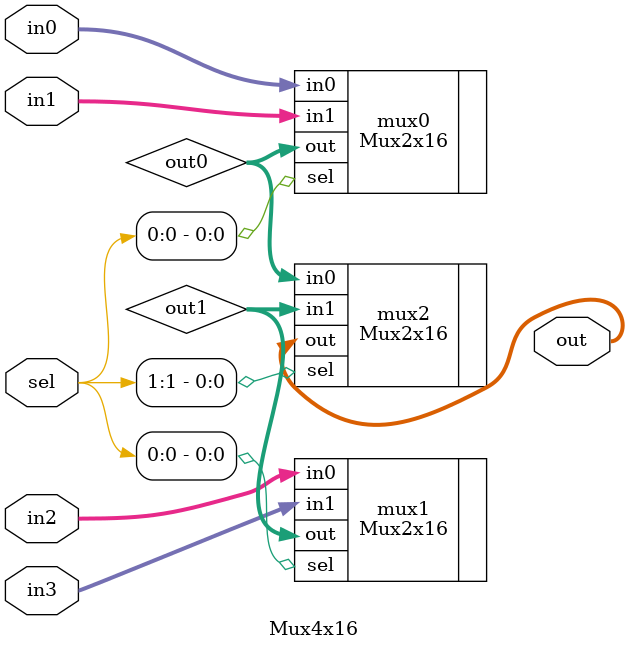
<source format=v>
/* 4 x 16-bit Multiplexor */
module Mux4x16(
    in0,
    in1,
    in2,
    in3,
    out,
    sel
);

/* Parameters */
parameter DATA_WIDTH = 16;
parameter SEL_WIDTH = 2;

/* Inputs */
input wire [DATA_WIDTH - 1 : 0] in0, in1, in2, in3;
input wire [SEL_WIDTH - 1 : 0] sel;

/* Outputs */
output wire [DATA_WIDTH - 1 : 0] out;

/* Internal Wires */
wire [DATA_WIDTH - 1 : 0] out0, out1;

/* Gate-level Combinational Design */
Mux2x16 mux0(
    .in0 (in0),
    .in1 (in1),
    .out (out0),
    .sel (sel[0])
);

Mux2x16 mux1(
    .in0 (in2),
    .in1 (in3),
    .out (out1),
    .sel (sel[0])
);

Mux2x16 mux2(
    .in0 (out0),
    .in1 (out1),
    .out (out),
    .sel (sel[1])  
);

endmodule
</source>
